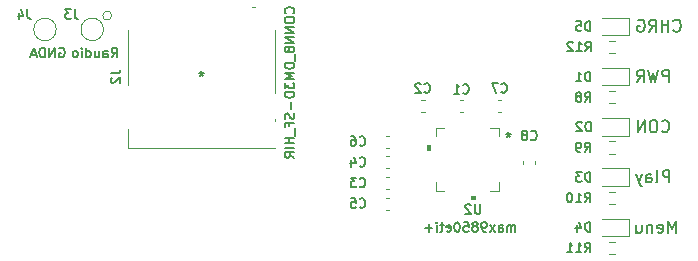
<source format=gbr>
%TF.GenerationSoftware,KiCad,Pcbnew,(5.1.9)-1*%
%TF.CreationDate,2021-08-08T21:49:21+01:00*%
%TF.ProjectId,glassphones - main pcb,676c6173-7370-4686-9f6e-6573202d206d,rev?*%
%TF.SameCoordinates,Original*%
%TF.FileFunction,Legend,Bot*%
%TF.FilePolarity,Positive*%
%FSLAX46Y46*%
G04 Gerber Fmt 4.6, Leading zero omitted, Abs format (unit mm)*
G04 Created by KiCad (PCBNEW (5.1.9)-1) date 2021-08-08 21:49:21*
%MOMM*%
%LPD*%
G01*
G04 APERTURE LIST*
%ADD10C,0.120000*%
%ADD11C,0.100000*%
%ADD12C,0.153000*%
%ADD13C,0.150000*%
%ADD14C,0.200000*%
G04 APERTURE END LIST*
D10*
%TO.C,J2*%
X144655400Y-39329299D02*
G75*
G03*
X144655400Y-39329299I-381000J0D01*
G01*
X158447600Y-48063739D02*
X158447600Y-48297270D01*
X146052400Y-45198858D02*
X146052400Y-40563739D01*
X146052400Y-50556300D02*
X146052400Y-48913740D01*
X158447600Y-50556300D02*
X146052400Y-50556300D01*
X158447600Y-40563739D02*
X158447600Y-45848859D01*
X156514452Y-38643700D02*
X156805000Y-38643700D01*
%TO.C,U2*%
X177429700Y-54179700D02*
X176709740Y-54179700D01*
X172070300Y-54179700D02*
X172070300Y-53459740D01*
X172070300Y-48820300D02*
X172790260Y-48820300D01*
X177429700Y-48820300D02*
X177429700Y-49540260D01*
X177429700Y-53459740D02*
X177429700Y-54179700D01*
X172790260Y-54179700D02*
X172070300Y-54179700D01*
X172070300Y-49540260D02*
X172070300Y-48820300D01*
X176709740Y-48820300D02*
X177429700Y-48820300D01*
D11*
G36*
X175440499Y-54611500D02*
G01*
X175440499Y-54865500D01*
X175059499Y-54865500D01*
X175059499Y-54611500D01*
X175440499Y-54611500D01*
G37*
X175440499Y-54611500D02*
X175440499Y-54865500D01*
X175059499Y-54865500D01*
X175059499Y-54611500D01*
X175440499Y-54611500D01*
G36*
X171384500Y-50309499D02*
G01*
X171384500Y-50690499D01*
X171638500Y-50690499D01*
X171638500Y-50309499D01*
X171384500Y-50309499D01*
G37*
X171384500Y-50309499D02*
X171384500Y-50690499D01*
X171638500Y-50690499D01*
X171638500Y-50309499D01*
X171384500Y-50309499D01*
D10*
%TO.C,R12*%
X187237258Y-41477500D02*
X186762742Y-41477500D01*
X187237258Y-42522500D02*
X186762742Y-42522500D01*
%TO.C,R11*%
X186762742Y-59522500D02*
X187237258Y-59522500D01*
X186762742Y-58477500D02*
X187237258Y-58477500D01*
%TO.C,R10*%
X186762742Y-55272500D02*
X187237258Y-55272500D01*
X186762742Y-54227500D02*
X187237258Y-54227500D01*
%TO.C,R9*%
X186762742Y-51022500D02*
X187237258Y-51022500D01*
X186762742Y-49977500D02*
X187237258Y-49977500D01*
%TO.C,R8*%
X186762742Y-46772500D02*
X187237258Y-46772500D01*
X186762742Y-45727500D02*
X187237258Y-45727500D01*
%TO.C,J4*%
X139950000Y-40500000D02*
G75*
G03*
X139950000Y-40500000I-950000J0D01*
G01*
%TO.C,J3*%
X143950000Y-40500000D02*
G75*
G03*
X143950000Y-40500000I-950000J0D01*
G01*
%TO.C,C8*%
X179490000Y-51609420D02*
X179490000Y-51890580D01*
X180510000Y-51609420D02*
X180510000Y-51890580D01*
%TO.C,C7*%
X177359420Y-47510000D02*
X177640580Y-47510000D01*
X177359420Y-46490000D02*
X177640580Y-46490000D01*
%TO.C,C6*%
X168140580Y-49490000D02*
X167859420Y-49490000D01*
X168140580Y-50510000D02*
X167859420Y-50510000D01*
%TO.C,C5*%
X167859420Y-55760000D02*
X168140580Y-55760000D01*
X167859420Y-54740000D02*
X168140580Y-54740000D01*
%TO.C,C4*%
X167859420Y-52260000D02*
X168140580Y-52260000D01*
X167859420Y-51240000D02*
X168140580Y-51240000D01*
%TO.C,C3*%
X167859420Y-54010000D02*
X168140580Y-54010000D01*
X167859420Y-52990000D02*
X168140580Y-52990000D01*
%TO.C,C2*%
X170859420Y-47510000D02*
X171140580Y-47510000D01*
X170859420Y-46490000D02*
X171140580Y-46490000D01*
%TO.C,C1*%
X174390580Y-46490000D02*
X174109420Y-46490000D01*
X174390580Y-47510000D02*
X174109420Y-47510000D01*
%TO.C,D5*%
X188485000Y-40985000D02*
X186200000Y-40985000D01*
X188485000Y-39515000D02*
X188485000Y-40985000D01*
X186200000Y-39515000D02*
X188485000Y-39515000D01*
%TO.C,D4*%
X188485000Y-57985000D02*
X186200000Y-57985000D01*
X188485000Y-56515000D02*
X188485000Y-57985000D01*
X186200000Y-56515000D02*
X188485000Y-56515000D01*
%TO.C,D3*%
X188485000Y-53735000D02*
X186200000Y-53735000D01*
X188485000Y-52265000D02*
X188485000Y-53735000D01*
X186200000Y-52265000D02*
X188485000Y-52265000D01*
%TO.C,D2*%
X188485000Y-49485000D02*
X186200000Y-49485000D01*
X188485000Y-48015000D02*
X188485000Y-49485000D01*
X186200000Y-48015000D02*
X188485000Y-48015000D01*
%TO.C,D1*%
X188485000Y-45235000D02*
X186200000Y-45235000D01*
X188485000Y-43765000D02*
X188485000Y-45235000D01*
X186200000Y-43765000D02*
X188485000Y-43765000D01*
%TO.C,J2*%
D12*
X144561904Y-44233333D02*
X145133333Y-44233333D01*
X145247619Y-44195238D01*
X145323809Y-44119047D01*
X145361904Y-44004761D01*
X145361904Y-43928571D01*
X144638095Y-44576190D02*
X144600000Y-44614285D01*
X144561904Y-44690476D01*
X144561904Y-44880952D01*
X144600000Y-44957142D01*
X144638095Y-44995238D01*
X144714285Y-45033333D01*
X144790476Y-45033333D01*
X144904761Y-44995238D01*
X145361904Y-44538095D01*
X145361904Y-45033333D01*
X160035714Y-39133333D02*
X160073809Y-39095238D01*
X160111904Y-38980952D01*
X160111904Y-38904761D01*
X160073809Y-38790476D01*
X159997619Y-38714285D01*
X159921428Y-38676190D01*
X159769047Y-38638095D01*
X159654761Y-38638095D01*
X159502380Y-38676190D01*
X159426190Y-38714285D01*
X159350000Y-38790476D01*
X159311904Y-38904761D01*
X159311904Y-38980952D01*
X159350000Y-39095238D01*
X159388095Y-39133333D01*
X159311904Y-39628571D02*
X159311904Y-39780952D01*
X159350000Y-39857142D01*
X159426190Y-39933333D01*
X159578571Y-39971428D01*
X159845238Y-39971428D01*
X159997619Y-39933333D01*
X160073809Y-39857142D01*
X160111904Y-39780952D01*
X160111904Y-39628571D01*
X160073809Y-39552380D01*
X159997619Y-39476190D01*
X159845238Y-39438095D01*
X159578571Y-39438095D01*
X159426190Y-39476190D01*
X159350000Y-39552380D01*
X159311904Y-39628571D01*
X160111904Y-40314285D02*
X159311904Y-40314285D01*
X160111904Y-40771428D01*
X159311904Y-40771428D01*
X160111904Y-41152380D02*
X159311904Y-41152380D01*
X160111904Y-41609523D01*
X159311904Y-41609523D01*
X159654761Y-42104761D02*
X159616666Y-42028571D01*
X159578571Y-41990476D01*
X159502380Y-41952380D01*
X159464285Y-41952380D01*
X159388095Y-41990476D01*
X159350000Y-42028571D01*
X159311904Y-42104761D01*
X159311904Y-42257142D01*
X159350000Y-42333333D01*
X159388095Y-42371428D01*
X159464285Y-42409523D01*
X159502380Y-42409523D01*
X159578571Y-42371428D01*
X159616666Y-42333333D01*
X159654761Y-42257142D01*
X159654761Y-42104761D01*
X159692857Y-42028571D01*
X159730952Y-41990476D01*
X159807142Y-41952380D01*
X159959523Y-41952380D01*
X160035714Y-41990476D01*
X160073809Y-42028571D01*
X160111904Y-42104761D01*
X160111904Y-42257142D01*
X160073809Y-42333333D01*
X160035714Y-42371428D01*
X159959523Y-42409523D01*
X159807142Y-42409523D01*
X159730952Y-42371428D01*
X159692857Y-42333333D01*
X159654761Y-42257142D01*
X160188095Y-42561904D02*
X160188095Y-43171428D01*
X160111904Y-43361904D02*
X159311904Y-43361904D01*
X159311904Y-43552380D01*
X159350000Y-43666666D01*
X159426190Y-43742857D01*
X159502380Y-43780952D01*
X159654761Y-43819047D01*
X159769047Y-43819047D01*
X159921428Y-43780952D01*
X159997619Y-43742857D01*
X160073809Y-43666666D01*
X160111904Y-43552380D01*
X160111904Y-43361904D01*
X160111904Y-44161904D02*
X159311904Y-44161904D01*
X159883333Y-44428571D01*
X159311904Y-44695238D01*
X160111904Y-44695238D01*
X159311904Y-45000000D02*
X159311904Y-45495238D01*
X159616666Y-45228571D01*
X159616666Y-45342857D01*
X159654761Y-45419047D01*
X159692857Y-45457142D01*
X159769047Y-45495238D01*
X159959523Y-45495238D01*
X160035714Y-45457142D01*
X160073809Y-45419047D01*
X160111904Y-45342857D01*
X160111904Y-45114285D01*
X160073809Y-45038095D01*
X160035714Y-45000000D01*
X160111904Y-45838095D02*
X159311904Y-45838095D01*
X159311904Y-46028571D01*
X159350000Y-46142857D01*
X159426190Y-46219047D01*
X159502380Y-46257142D01*
X159654761Y-46295238D01*
X159769047Y-46295238D01*
X159921428Y-46257142D01*
X159997619Y-46219047D01*
X160073809Y-46142857D01*
X160111904Y-46028571D01*
X160111904Y-45838095D01*
X159807142Y-46638095D02*
X159807142Y-47247619D01*
X160073809Y-47590476D02*
X160111904Y-47704761D01*
X160111904Y-47895238D01*
X160073809Y-47971428D01*
X160035714Y-48009523D01*
X159959523Y-48047619D01*
X159883333Y-48047619D01*
X159807142Y-48009523D01*
X159769047Y-47971428D01*
X159730952Y-47895238D01*
X159692857Y-47742857D01*
X159654761Y-47666666D01*
X159616666Y-47628571D01*
X159540476Y-47590476D01*
X159464285Y-47590476D01*
X159388095Y-47628571D01*
X159350000Y-47666666D01*
X159311904Y-47742857D01*
X159311904Y-47933333D01*
X159350000Y-48047619D01*
X159692857Y-48657142D02*
X159692857Y-48390476D01*
X160111904Y-48390476D02*
X159311904Y-48390476D01*
X159311904Y-48771428D01*
X160188095Y-48885714D02*
X160188095Y-49495238D01*
X160111904Y-49685714D02*
X159311904Y-49685714D01*
X159692857Y-49685714D02*
X159692857Y-50142857D01*
X160111904Y-50142857D02*
X159311904Y-50142857D01*
X160111904Y-50523809D02*
X159311904Y-50523809D01*
X160111904Y-51361904D02*
X159730952Y-51095238D01*
X160111904Y-50904761D02*
X159311904Y-50904761D01*
X159311904Y-51209523D01*
X159350000Y-51285714D01*
X159388095Y-51323809D01*
X159464285Y-51361904D01*
X159578571Y-51361904D01*
X159654761Y-51323809D01*
X159692857Y-51285714D01*
X159730952Y-51209523D01*
X159730952Y-50904761D01*
D13*
X152250000Y-44052380D02*
X152250000Y-44290476D01*
X152488095Y-44195238D02*
X152250000Y-44290476D01*
X152011904Y-44195238D01*
X152392857Y-44480952D02*
X152250000Y-44290476D01*
X152107142Y-44480952D01*
%TO.C,U2*%
D12*
X175859523Y-55311904D02*
X175859523Y-55959523D01*
X175821428Y-56035714D01*
X175783333Y-56073809D01*
X175707142Y-56111904D01*
X175554761Y-56111904D01*
X175478571Y-56073809D01*
X175440476Y-56035714D01*
X175402380Y-55959523D01*
X175402380Y-55311904D01*
X175059523Y-55388095D02*
X175021428Y-55350000D01*
X174945238Y-55311904D01*
X174754761Y-55311904D01*
X174678571Y-55350000D01*
X174640476Y-55388095D01*
X174602380Y-55464285D01*
X174602380Y-55540476D01*
X174640476Y-55654761D01*
X175097619Y-56111904D01*
X174602380Y-56111904D01*
X178809523Y-57611904D02*
X178809523Y-57078571D01*
X178809523Y-57154761D02*
X178771428Y-57116666D01*
X178695238Y-57078571D01*
X178580952Y-57078571D01*
X178504761Y-57116666D01*
X178466666Y-57192857D01*
X178466666Y-57611904D01*
X178466666Y-57192857D02*
X178428571Y-57116666D01*
X178352380Y-57078571D01*
X178238095Y-57078571D01*
X178161904Y-57116666D01*
X178123809Y-57192857D01*
X178123809Y-57611904D01*
X177400000Y-57611904D02*
X177400000Y-57192857D01*
X177438095Y-57116666D01*
X177514285Y-57078571D01*
X177666666Y-57078571D01*
X177742857Y-57116666D01*
X177400000Y-57573809D02*
X177476190Y-57611904D01*
X177666666Y-57611904D01*
X177742857Y-57573809D01*
X177780952Y-57497619D01*
X177780952Y-57421428D01*
X177742857Y-57345238D01*
X177666666Y-57307142D01*
X177476190Y-57307142D01*
X177400000Y-57269047D01*
X177095238Y-57611904D02*
X176676190Y-57078571D01*
X177095238Y-57078571D02*
X176676190Y-57611904D01*
X176333333Y-57611904D02*
X176180952Y-57611904D01*
X176104761Y-57573809D01*
X176066666Y-57535714D01*
X175990476Y-57421428D01*
X175952380Y-57269047D01*
X175952380Y-56964285D01*
X175990476Y-56888095D01*
X176028571Y-56850000D01*
X176104761Y-56811904D01*
X176257142Y-56811904D01*
X176333333Y-56850000D01*
X176371428Y-56888095D01*
X176409523Y-56964285D01*
X176409523Y-57154761D01*
X176371428Y-57230952D01*
X176333333Y-57269047D01*
X176257142Y-57307142D01*
X176104761Y-57307142D01*
X176028571Y-57269047D01*
X175990476Y-57230952D01*
X175952380Y-57154761D01*
X175495238Y-57154761D02*
X175571428Y-57116666D01*
X175609523Y-57078571D01*
X175647619Y-57002380D01*
X175647619Y-56964285D01*
X175609523Y-56888095D01*
X175571428Y-56850000D01*
X175495238Y-56811904D01*
X175342857Y-56811904D01*
X175266666Y-56850000D01*
X175228571Y-56888095D01*
X175190476Y-56964285D01*
X175190476Y-57002380D01*
X175228571Y-57078571D01*
X175266666Y-57116666D01*
X175342857Y-57154761D01*
X175495238Y-57154761D01*
X175571428Y-57192857D01*
X175609523Y-57230952D01*
X175647619Y-57307142D01*
X175647619Y-57459523D01*
X175609523Y-57535714D01*
X175571428Y-57573809D01*
X175495238Y-57611904D01*
X175342857Y-57611904D01*
X175266666Y-57573809D01*
X175228571Y-57535714D01*
X175190476Y-57459523D01*
X175190476Y-57307142D01*
X175228571Y-57230952D01*
X175266666Y-57192857D01*
X175342857Y-57154761D01*
X174466666Y-56811904D02*
X174847619Y-56811904D01*
X174885714Y-57192857D01*
X174847619Y-57154761D01*
X174771428Y-57116666D01*
X174580952Y-57116666D01*
X174504761Y-57154761D01*
X174466666Y-57192857D01*
X174428571Y-57269047D01*
X174428571Y-57459523D01*
X174466666Y-57535714D01*
X174504761Y-57573809D01*
X174580952Y-57611904D01*
X174771428Y-57611904D01*
X174847619Y-57573809D01*
X174885714Y-57535714D01*
X173933333Y-56811904D02*
X173857142Y-56811904D01*
X173780952Y-56850000D01*
X173742857Y-56888095D01*
X173704761Y-56964285D01*
X173666666Y-57116666D01*
X173666666Y-57307142D01*
X173704761Y-57459523D01*
X173742857Y-57535714D01*
X173780952Y-57573809D01*
X173857142Y-57611904D01*
X173933333Y-57611904D01*
X174009523Y-57573809D01*
X174047619Y-57535714D01*
X174085714Y-57459523D01*
X174123809Y-57307142D01*
X174123809Y-57116666D01*
X174085714Y-56964285D01*
X174047619Y-56888095D01*
X174009523Y-56850000D01*
X173933333Y-56811904D01*
X173019047Y-57573809D02*
X173095238Y-57611904D01*
X173247619Y-57611904D01*
X173323809Y-57573809D01*
X173361904Y-57497619D01*
X173361904Y-57192857D01*
X173323809Y-57116666D01*
X173247619Y-57078571D01*
X173095238Y-57078571D01*
X173019047Y-57116666D01*
X172980952Y-57192857D01*
X172980952Y-57269047D01*
X173361904Y-57345238D01*
X172752380Y-57078571D02*
X172447619Y-57078571D01*
X172638095Y-56811904D02*
X172638095Y-57497619D01*
X172600000Y-57573809D01*
X172523809Y-57611904D01*
X172447619Y-57611904D01*
X172180952Y-57611904D02*
X172180952Y-57078571D01*
X172180952Y-56811904D02*
X172219047Y-56850000D01*
X172180952Y-56888095D01*
X172142857Y-56850000D01*
X172180952Y-56811904D01*
X172180952Y-56888095D01*
X171800000Y-57307142D02*
X171190476Y-57307142D01*
X171495238Y-57611904D02*
X171495238Y-57002380D01*
D13*
X178242500Y-49202380D02*
X178242500Y-49440476D01*
X178480595Y-49345238D02*
X178242500Y-49440476D01*
X178004404Y-49345238D01*
X178385357Y-49630952D02*
X178242500Y-49440476D01*
X178099642Y-49630952D01*
X178242500Y-49202380D02*
X178242500Y-49440476D01*
X178480595Y-49345238D02*
X178242500Y-49440476D01*
X178004404Y-49345238D01*
X178385357Y-49630952D02*
X178242500Y-49440476D01*
X178099642Y-49630952D01*
%TO.C,R12*%
D12*
X184764285Y-42344477D02*
X185030952Y-41963525D01*
X185221428Y-42344477D02*
X185221428Y-41544477D01*
X184916666Y-41544477D01*
X184840476Y-41582573D01*
X184802380Y-41620668D01*
X184764285Y-41696858D01*
X184764285Y-41811144D01*
X184802380Y-41887334D01*
X184840476Y-41925430D01*
X184916666Y-41963525D01*
X185221428Y-41963525D01*
X184002380Y-42344477D02*
X184459523Y-42344477D01*
X184230952Y-42344477D02*
X184230952Y-41544477D01*
X184307142Y-41658763D01*
X184383333Y-41734953D01*
X184459523Y-41773049D01*
X183697619Y-41620668D02*
X183659523Y-41582573D01*
X183583333Y-41544477D01*
X183392857Y-41544477D01*
X183316666Y-41582573D01*
X183278571Y-41620668D01*
X183240476Y-41696858D01*
X183240476Y-41773049D01*
X183278571Y-41887334D01*
X183735714Y-42344477D01*
X183240476Y-42344477D01*
%TO.C,R11*%
X184717429Y-59377067D02*
X184984096Y-58996115D01*
X185174572Y-59377067D02*
X185174572Y-58577067D01*
X184869810Y-58577067D01*
X184793620Y-58615163D01*
X184755524Y-58653258D01*
X184717429Y-58729448D01*
X184717429Y-58843734D01*
X184755524Y-58919924D01*
X184793620Y-58958020D01*
X184869810Y-58996115D01*
X185174572Y-58996115D01*
X183955524Y-59377067D02*
X184412667Y-59377067D01*
X184184096Y-59377067D02*
X184184096Y-58577067D01*
X184260286Y-58691353D01*
X184336477Y-58767543D01*
X184412667Y-58805639D01*
X183193620Y-59377067D02*
X183650763Y-59377067D01*
X183422191Y-59377067D02*
X183422191Y-58577067D01*
X183498382Y-58691353D01*
X183574572Y-58767543D01*
X183650763Y-58805639D01*
%TO.C,R10*%
X184710946Y-55126867D02*
X184977613Y-54745915D01*
X185168089Y-55126867D02*
X185168089Y-54326867D01*
X184863327Y-54326867D01*
X184787137Y-54364963D01*
X184749041Y-54403058D01*
X184710946Y-54479248D01*
X184710946Y-54593534D01*
X184749041Y-54669724D01*
X184787137Y-54707820D01*
X184863327Y-54745915D01*
X185168089Y-54745915D01*
X183949041Y-55126867D02*
X184406184Y-55126867D01*
X184177613Y-55126867D02*
X184177613Y-54326867D01*
X184253803Y-54441153D01*
X184329994Y-54517343D01*
X184406184Y-54555439D01*
X183453803Y-54326867D02*
X183377613Y-54326867D01*
X183301422Y-54364963D01*
X183263327Y-54403058D01*
X183225232Y-54479248D01*
X183187137Y-54631629D01*
X183187137Y-54822105D01*
X183225232Y-54974486D01*
X183263327Y-55050677D01*
X183301422Y-55088772D01*
X183377613Y-55126867D01*
X183453803Y-55126867D01*
X183529994Y-55088772D01*
X183568089Y-55050677D01*
X183606184Y-54974486D01*
X183644280Y-54822105D01*
X183644280Y-54631629D01*
X183606184Y-54479248D01*
X183568089Y-54403058D01*
X183529994Y-54364963D01*
X183453803Y-54326867D01*
%TO.C,R9*%
X184713493Y-50877208D02*
X184980160Y-50496256D01*
X185170636Y-50877208D02*
X185170636Y-50077208D01*
X184865874Y-50077208D01*
X184789683Y-50115304D01*
X184751588Y-50153399D01*
X184713493Y-50229589D01*
X184713493Y-50343875D01*
X184751588Y-50420065D01*
X184789683Y-50458161D01*
X184865874Y-50496256D01*
X185170636Y-50496256D01*
X184332540Y-50877208D02*
X184180160Y-50877208D01*
X184103969Y-50839113D01*
X184065874Y-50801018D01*
X183989683Y-50686732D01*
X183951588Y-50534351D01*
X183951588Y-50229589D01*
X183989683Y-50153399D01*
X184027779Y-50115304D01*
X184103969Y-50077208D01*
X184256350Y-50077208D01*
X184332540Y-50115304D01*
X184370636Y-50153399D01*
X184408731Y-50229589D01*
X184408731Y-50420065D01*
X184370636Y-50496256D01*
X184332540Y-50534351D01*
X184256350Y-50572446D01*
X184103969Y-50572446D01*
X184027779Y-50534351D01*
X183989683Y-50496256D01*
X183951588Y-50420065D01*
%TO.C,R8*%
X184716621Y-46631633D02*
X184983288Y-46250681D01*
X185173764Y-46631633D02*
X185173764Y-45831633D01*
X184869002Y-45831633D01*
X184792811Y-45869729D01*
X184754716Y-45907824D01*
X184716621Y-45984014D01*
X184716621Y-46098300D01*
X184754716Y-46174490D01*
X184792811Y-46212586D01*
X184869002Y-46250681D01*
X185173764Y-46250681D01*
X184259478Y-46174490D02*
X184335668Y-46136395D01*
X184373764Y-46098300D01*
X184411859Y-46022109D01*
X184411859Y-45984014D01*
X184373764Y-45907824D01*
X184335668Y-45869729D01*
X184259478Y-45831633D01*
X184107097Y-45831633D01*
X184030907Y-45869729D01*
X183992811Y-45907824D01*
X183954716Y-45984014D01*
X183954716Y-46022109D01*
X183992811Y-46098300D01*
X184030907Y-46136395D01*
X184107097Y-46174490D01*
X184259478Y-46174490D01*
X184335668Y-46212586D01*
X184373764Y-46250681D01*
X184411859Y-46326871D01*
X184411859Y-46479252D01*
X184373764Y-46555443D01*
X184335668Y-46593538D01*
X184259478Y-46631633D01*
X184107097Y-46631633D01*
X184030907Y-46593538D01*
X183992811Y-46555443D01*
X183954716Y-46479252D01*
X183954716Y-46326871D01*
X183992811Y-46250681D01*
X184030907Y-46212586D01*
X184107097Y-46174490D01*
%TO.C,J4*%
X137516666Y-38811904D02*
X137516666Y-39383333D01*
X137554761Y-39497619D01*
X137630952Y-39573809D01*
X137745238Y-39611904D01*
X137821428Y-39611904D01*
X136792857Y-39078571D02*
X136792857Y-39611904D01*
X136983333Y-38773809D02*
X137173809Y-39345238D01*
X136678571Y-39345238D01*
X140202380Y-42100000D02*
X140278571Y-42061904D01*
X140392857Y-42061904D01*
X140507142Y-42100000D01*
X140583333Y-42176190D01*
X140621428Y-42252380D01*
X140659523Y-42404761D01*
X140659523Y-42519047D01*
X140621428Y-42671428D01*
X140583333Y-42747619D01*
X140507142Y-42823809D01*
X140392857Y-42861904D01*
X140316666Y-42861904D01*
X140202380Y-42823809D01*
X140164285Y-42785714D01*
X140164285Y-42519047D01*
X140316666Y-42519047D01*
X139821428Y-42861904D02*
X139821428Y-42061904D01*
X139364285Y-42861904D01*
X139364285Y-42061904D01*
X138983333Y-42861904D02*
X138983333Y-42061904D01*
X138792857Y-42061904D01*
X138678571Y-42100000D01*
X138602380Y-42176190D01*
X138564285Y-42252380D01*
X138526190Y-42404761D01*
X138526190Y-42519047D01*
X138564285Y-42671428D01*
X138602380Y-42747619D01*
X138678571Y-42823809D01*
X138792857Y-42861904D01*
X138983333Y-42861904D01*
X138221428Y-42633333D02*
X137840476Y-42633333D01*
X138297619Y-42861904D02*
X138030952Y-42061904D01*
X137764285Y-42861904D01*
%TO.C,J3*%
X141516666Y-38811904D02*
X141516666Y-39383333D01*
X141554761Y-39497619D01*
X141630952Y-39573809D01*
X141745238Y-39611904D01*
X141821428Y-39611904D01*
X141211904Y-38811904D02*
X140716666Y-38811904D01*
X140983333Y-39116666D01*
X140869047Y-39116666D01*
X140792857Y-39154761D01*
X140754761Y-39192857D01*
X140716666Y-39269047D01*
X140716666Y-39459523D01*
X140754761Y-39535714D01*
X140792857Y-39573809D01*
X140869047Y-39611904D01*
X141097619Y-39611904D01*
X141173809Y-39573809D01*
X141211904Y-39535714D01*
X144640476Y-42861904D02*
X144907142Y-42480952D01*
X145097619Y-42861904D02*
X145097619Y-42061904D01*
X144792857Y-42061904D01*
X144716666Y-42100000D01*
X144678571Y-42138095D01*
X144640476Y-42214285D01*
X144640476Y-42328571D01*
X144678571Y-42404761D01*
X144716666Y-42442857D01*
X144792857Y-42480952D01*
X145097619Y-42480952D01*
X143954761Y-42861904D02*
X143954761Y-42442857D01*
X143992857Y-42366666D01*
X144069047Y-42328571D01*
X144221428Y-42328571D01*
X144297619Y-42366666D01*
X143954761Y-42823809D02*
X144030952Y-42861904D01*
X144221428Y-42861904D01*
X144297619Y-42823809D01*
X144335714Y-42747619D01*
X144335714Y-42671428D01*
X144297619Y-42595238D01*
X144221428Y-42557142D01*
X144030952Y-42557142D01*
X143954761Y-42519047D01*
X143230952Y-42328571D02*
X143230952Y-42861904D01*
X143573809Y-42328571D02*
X143573809Y-42747619D01*
X143535714Y-42823809D01*
X143459523Y-42861904D01*
X143345238Y-42861904D01*
X143269047Y-42823809D01*
X143230952Y-42785714D01*
X142507142Y-42861904D02*
X142507142Y-42061904D01*
X142507142Y-42823809D02*
X142583333Y-42861904D01*
X142735714Y-42861904D01*
X142811904Y-42823809D01*
X142850000Y-42785714D01*
X142888095Y-42709523D01*
X142888095Y-42480952D01*
X142850000Y-42404761D01*
X142811904Y-42366666D01*
X142735714Y-42328571D01*
X142583333Y-42328571D01*
X142507142Y-42366666D01*
X142126190Y-42861904D02*
X142126190Y-42328571D01*
X142126190Y-42061904D02*
X142164285Y-42100000D01*
X142126190Y-42138095D01*
X142088095Y-42100000D01*
X142126190Y-42061904D01*
X142126190Y-42138095D01*
X141630952Y-42861904D02*
X141707142Y-42823809D01*
X141745238Y-42785714D01*
X141783333Y-42709523D01*
X141783333Y-42480952D01*
X141745238Y-42404761D01*
X141707142Y-42366666D01*
X141630952Y-42328571D01*
X141516666Y-42328571D01*
X141440476Y-42366666D01*
X141402380Y-42404761D01*
X141364285Y-42480952D01*
X141364285Y-42709523D01*
X141402380Y-42785714D01*
X141440476Y-42823809D01*
X141516666Y-42861904D01*
X141630952Y-42861904D01*
%TO.C,C8*%
X180133333Y-49785714D02*
X180171428Y-49823809D01*
X180285714Y-49861904D01*
X180361904Y-49861904D01*
X180476190Y-49823809D01*
X180552380Y-49747619D01*
X180590476Y-49671428D01*
X180628571Y-49519047D01*
X180628571Y-49404761D01*
X180590476Y-49252380D01*
X180552380Y-49176190D01*
X180476190Y-49100000D01*
X180361904Y-49061904D01*
X180285714Y-49061904D01*
X180171428Y-49100000D01*
X180133333Y-49138095D01*
X179676190Y-49404761D02*
X179752380Y-49366666D01*
X179790476Y-49328571D01*
X179828571Y-49252380D01*
X179828571Y-49214285D01*
X179790476Y-49138095D01*
X179752380Y-49100000D01*
X179676190Y-49061904D01*
X179523809Y-49061904D01*
X179447619Y-49100000D01*
X179409523Y-49138095D01*
X179371428Y-49214285D01*
X179371428Y-49252380D01*
X179409523Y-49328571D01*
X179447619Y-49366666D01*
X179523809Y-49404761D01*
X179676190Y-49404761D01*
X179752380Y-49442857D01*
X179790476Y-49480952D01*
X179828571Y-49557142D01*
X179828571Y-49709523D01*
X179790476Y-49785714D01*
X179752380Y-49823809D01*
X179676190Y-49861904D01*
X179523809Y-49861904D01*
X179447619Y-49823809D01*
X179409523Y-49785714D01*
X179371428Y-49709523D01*
X179371428Y-49557142D01*
X179409523Y-49480952D01*
X179447619Y-49442857D01*
X179523809Y-49404761D01*
%TO.C,C7*%
X177633333Y-45785714D02*
X177671428Y-45823809D01*
X177785714Y-45861904D01*
X177861904Y-45861904D01*
X177976190Y-45823809D01*
X178052380Y-45747619D01*
X178090476Y-45671428D01*
X178128571Y-45519047D01*
X178128571Y-45404761D01*
X178090476Y-45252380D01*
X178052380Y-45176190D01*
X177976190Y-45100000D01*
X177861904Y-45061904D01*
X177785714Y-45061904D01*
X177671428Y-45100000D01*
X177633333Y-45138095D01*
X177366666Y-45061904D02*
X176833333Y-45061904D01*
X177176190Y-45861904D01*
%TO.C,C6*%
X165633333Y-50285714D02*
X165671428Y-50323809D01*
X165785714Y-50361904D01*
X165861904Y-50361904D01*
X165976190Y-50323809D01*
X166052380Y-50247619D01*
X166090476Y-50171428D01*
X166128571Y-50019047D01*
X166128571Y-49904761D01*
X166090476Y-49752380D01*
X166052380Y-49676190D01*
X165976190Y-49600000D01*
X165861904Y-49561904D01*
X165785714Y-49561904D01*
X165671428Y-49600000D01*
X165633333Y-49638095D01*
X164947619Y-49561904D02*
X165100000Y-49561904D01*
X165176190Y-49600000D01*
X165214285Y-49638095D01*
X165290476Y-49752380D01*
X165328571Y-49904761D01*
X165328571Y-50209523D01*
X165290476Y-50285714D01*
X165252380Y-50323809D01*
X165176190Y-50361904D01*
X165023809Y-50361904D01*
X164947619Y-50323809D01*
X164909523Y-50285714D01*
X164871428Y-50209523D01*
X164871428Y-50019047D01*
X164909523Y-49942857D01*
X164947619Y-49904761D01*
X165023809Y-49866666D01*
X165176190Y-49866666D01*
X165252380Y-49904761D01*
X165290476Y-49942857D01*
X165328571Y-50019047D01*
%TO.C,C5*%
X165633333Y-55535714D02*
X165671428Y-55573809D01*
X165785714Y-55611904D01*
X165861904Y-55611904D01*
X165976190Y-55573809D01*
X166052380Y-55497619D01*
X166090476Y-55421428D01*
X166128571Y-55269047D01*
X166128571Y-55154761D01*
X166090476Y-55002380D01*
X166052380Y-54926190D01*
X165976190Y-54850000D01*
X165861904Y-54811904D01*
X165785714Y-54811904D01*
X165671428Y-54850000D01*
X165633333Y-54888095D01*
X164909523Y-54811904D02*
X165290476Y-54811904D01*
X165328571Y-55192857D01*
X165290476Y-55154761D01*
X165214285Y-55116666D01*
X165023809Y-55116666D01*
X164947619Y-55154761D01*
X164909523Y-55192857D01*
X164871428Y-55269047D01*
X164871428Y-55459523D01*
X164909523Y-55535714D01*
X164947619Y-55573809D01*
X165023809Y-55611904D01*
X165214285Y-55611904D01*
X165290476Y-55573809D01*
X165328571Y-55535714D01*
%TO.C,C4*%
X165633333Y-52035714D02*
X165671428Y-52073809D01*
X165785714Y-52111904D01*
X165861904Y-52111904D01*
X165976190Y-52073809D01*
X166052380Y-51997619D01*
X166090476Y-51921428D01*
X166128571Y-51769047D01*
X166128571Y-51654761D01*
X166090476Y-51502380D01*
X166052380Y-51426190D01*
X165976190Y-51350000D01*
X165861904Y-51311904D01*
X165785714Y-51311904D01*
X165671428Y-51350000D01*
X165633333Y-51388095D01*
X164947619Y-51578571D02*
X164947619Y-52111904D01*
X165138095Y-51273809D02*
X165328571Y-51845238D01*
X164833333Y-51845238D01*
%TO.C,C3*%
X165633333Y-53785714D02*
X165671428Y-53823809D01*
X165785714Y-53861904D01*
X165861904Y-53861904D01*
X165976190Y-53823809D01*
X166052380Y-53747619D01*
X166090476Y-53671428D01*
X166128571Y-53519047D01*
X166128571Y-53404761D01*
X166090476Y-53252380D01*
X166052380Y-53176190D01*
X165976190Y-53100000D01*
X165861904Y-53061904D01*
X165785714Y-53061904D01*
X165671428Y-53100000D01*
X165633333Y-53138095D01*
X165366666Y-53061904D02*
X164871428Y-53061904D01*
X165138095Y-53366666D01*
X165023809Y-53366666D01*
X164947619Y-53404761D01*
X164909523Y-53442857D01*
X164871428Y-53519047D01*
X164871428Y-53709523D01*
X164909523Y-53785714D01*
X164947619Y-53823809D01*
X165023809Y-53861904D01*
X165252380Y-53861904D01*
X165328571Y-53823809D01*
X165366666Y-53785714D01*
%TO.C,C2*%
X171133333Y-45785714D02*
X171171428Y-45823809D01*
X171285714Y-45861904D01*
X171361904Y-45861904D01*
X171476190Y-45823809D01*
X171552380Y-45747619D01*
X171590476Y-45671428D01*
X171628571Y-45519047D01*
X171628571Y-45404761D01*
X171590476Y-45252380D01*
X171552380Y-45176190D01*
X171476190Y-45100000D01*
X171361904Y-45061904D01*
X171285714Y-45061904D01*
X171171428Y-45100000D01*
X171133333Y-45138095D01*
X170828571Y-45138095D02*
X170790476Y-45100000D01*
X170714285Y-45061904D01*
X170523809Y-45061904D01*
X170447619Y-45100000D01*
X170409523Y-45138095D01*
X170371428Y-45214285D01*
X170371428Y-45290476D01*
X170409523Y-45404761D01*
X170866666Y-45861904D01*
X170371428Y-45861904D01*
%TO.C,C1*%
X174383333Y-45855714D02*
X174421428Y-45893809D01*
X174535714Y-45931904D01*
X174611904Y-45931904D01*
X174726190Y-45893809D01*
X174802380Y-45817619D01*
X174840476Y-45741428D01*
X174878571Y-45589047D01*
X174878571Y-45474761D01*
X174840476Y-45322380D01*
X174802380Y-45246190D01*
X174726190Y-45170000D01*
X174611904Y-45131904D01*
X174535714Y-45131904D01*
X174421428Y-45170000D01*
X174383333Y-45208095D01*
X173621428Y-45931904D02*
X174078571Y-45931904D01*
X173850000Y-45931904D02*
X173850000Y-45131904D01*
X173926190Y-45246190D01*
X174002380Y-45322380D01*
X174078571Y-45360476D01*
%TO.C,D5*%
X185183020Y-40627285D02*
X185183020Y-39827285D01*
X184992544Y-39827285D01*
X184878258Y-39865381D01*
X184802067Y-39941571D01*
X184763972Y-40017761D01*
X184725877Y-40170142D01*
X184725877Y-40284428D01*
X184763972Y-40436809D01*
X184802067Y-40513000D01*
X184878258Y-40589190D01*
X184992544Y-40627285D01*
X185183020Y-40627285D01*
X184002067Y-39827285D02*
X184383020Y-39827285D01*
X184421115Y-40208238D01*
X184383020Y-40170142D01*
X184306829Y-40132047D01*
X184116353Y-40132047D01*
X184040163Y-40170142D01*
X184002067Y-40208238D01*
X183963972Y-40284428D01*
X183963972Y-40474904D01*
X184002067Y-40551095D01*
X184040163Y-40589190D01*
X184116353Y-40627285D01*
X184306829Y-40627285D01*
X184383020Y-40589190D01*
X184421115Y-40551095D01*
D14*
X192214285Y-40587141D02*
X192261904Y-40634760D01*
X192404761Y-40682379D01*
X192500000Y-40682379D01*
X192642857Y-40634760D01*
X192738095Y-40539522D01*
X192785714Y-40444284D01*
X192833333Y-40253808D01*
X192833333Y-40110951D01*
X192785714Y-39920475D01*
X192738095Y-39825237D01*
X192642857Y-39729999D01*
X192500000Y-39682379D01*
X192404761Y-39682379D01*
X192261904Y-39729999D01*
X192214285Y-39777618D01*
X191785714Y-40682379D02*
X191785714Y-39682379D01*
X191785714Y-40158570D02*
X191214285Y-40158570D01*
X191214285Y-40682379D02*
X191214285Y-39682379D01*
X190166666Y-40682379D02*
X190500000Y-40206189D01*
X190738095Y-40682379D02*
X190738095Y-39682379D01*
X190357142Y-39682379D01*
X190261904Y-39729999D01*
X190214285Y-39777618D01*
X190166666Y-39872856D01*
X190166666Y-40015713D01*
X190214285Y-40110951D01*
X190261904Y-40158570D01*
X190357142Y-40206189D01*
X190738095Y-40206189D01*
X189214285Y-39729999D02*
X189309523Y-39682379D01*
X189452380Y-39682379D01*
X189595238Y-39729999D01*
X189690476Y-39825237D01*
X189738095Y-39920475D01*
X189785714Y-40110951D01*
X189785714Y-40253808D01*
X189738095Y-40444284D01*
X189690476Y-40539522D01*
X189595238Y-40634760D01*
X189452380Y-40682379D01*
X189357142Y-40682379D01*
X189214285Y-40634760D01*
X189166666Y-40587141D01*
X189166666Y-40253808D01*
X189357142Y-40253808D01*
%TO.C,D4*%
D12*
X185170049Y-57615064D02*
X185170049Y-56815064D01*
X184979573Y-56815064D01*
X184865287Y-56853160D01*
X184789096Y-56929350D01*
X184751001Y-57005540D01*
X184712906Y-57157921D01*
X184712906Y-57272207D01*
X184751001Y-57424588D01*
X184789096Y-57500779D01*
X184865287Y-57576969D01*
X184979573Y-57615064D01*
X185170049Y-57615064D01*
X184027192Y-57081731D02*
X184027192Y-57615064D01*
X184217668Y-56776969D02*
X184408144Y-57348398D01*
X183912906Y-57348398D01*
D14*
X192416666Y-57702380D02*
X192416666Y-56702380D01*
X192083333Y-57416666D01*
X191750000Y-56702380D01*
X191750000Y-57702380D01*
X190892857Y-57654761D02*
X190988095Y-57702380D01*
X191178571Y-57702380D01*
X191273809Y-57654761D01*
X191321428Y-57559523D01*
X191321428Y-57178571D01*
X191273809Y-57083333D01*
X191178571Y-57035714D01*
X190988095Y-57035714D01*
X190892857Y-57083333D01*
X190845238Y-57178571D01*
X190845238Y-57273809D01*
X191321428Y-57369047D01*
X190416666Y-57035714D02*
X190416666Y-57702380D01*
X190416666Y-57130952D02*
X190369047Y-57083333D01*
X190273809Y-57035714D01*
X190130952Y-57035714D01*
X190035714Y-57083333D01*
X189988095Y-57178571D01*
X189988095Y-57702380D01*
X189083333Y-57035714D02*
X189083333Y-57702380D01*
X189511904Y-57035714D02*
X189511904Y-57559523D01*
X189464285Y-57654761D01*
X189369047Y-57702380D01*
X189226190Y-57702380D01*
X189130952Y-57654761D01*
X189083333Y-57607142D01*
%TO.C,D3*%
D12*
X185169917Y-53383671D02*
X185169917Y-52583671D01*
X184979441Y-52583671D01*
X184865155Y-52621767D01*
X184788964Y-52697957D01*
X184750869Y-52774147D01*
X184712774Y-52926528D01*
X184712774Y-53040814D01*
X184750869Y-53193195D01*
X184788964Y-53269386D01*
X184865155Y-53345576D01*
X184979441Y-53383671D01*
X185169917Y-53383671D01*
X184446107Y-52583671D02*
X183950869Y-52583671D01*
X184217536Y-52888433D01*
X184103250Y-52888433D01*
X184027060Y-52926528D01*
X183988964Y-52964624D01*
X183950869Y-53040814D01*
X183950869Y-53231290D01*
X183988964Y-53307481D01*
X184027060Y-53345576D01*
X184103250Y-53383671D01*
X184331821Y-53383671D01*
X184408012Y-53345576D01*
X184446107Y-53307481D01*
D14*
X191857142Y-53432379D02*
X191857142Y-52432379D01*
X191476190Y-52432379D01*
X191380952Y-52479999D01*
X191333333Y-52527618D01*
X191285714Y-52622856D01*
X191285714Y-52765713D01*
X191333333Y-52860951D01*
X191380952Y-52908570D01*
X191476190Y-52956189D01*
X191857142Y-52956189D01*
X190714285Y-53432379D02*
X190809523Y-53384760D01*
X190857142Y-53289522D01*
X190857142Y-52432379D01*
X189904761Y-53432379D02*
X189904761Y-52908570D01*
X189952380Y-52813332D01*
X190047619Y-52765713D01*
X190238095Y-52765713D01*
X190333333Y-52813332D01*
X189904761Y-53384760D02*
X190000000Y-53432379D01*
X190238095Y-53432379D01*
X190333333Y-53384760D01*
X190380952Y-53289522D01*
X190380952Y-53194284D01*
X190333333Y-53099046D01*
X190238095Y-53051427D01*
X190000000Y-53051427D01*
X189904761Y-53003808D01*
X189523809Y-52765713D02*
X189285714Y-53432379D01*
X189047619Y-52765713D02*
X189285714Y-53432379D01*
X189380952Y-53670475D01*
X189428571Y-53718094D01*
X189523809Y-53765713D01*
%TO.C,D2*%
D12*
X185190476Y-49111904D02*
X185190476Y-48311904D01*
X185000000Y-48311904D01*
X184885714Y-48350000D01*
X184809523Y-48426190D01*
X184771428Y-48502380D01*
X184733333Y-48654761D01*
X184733333Y-48769047D01*
X184771428Y-48921428D01*
X184809523Y-48997619D01*
X184885714Y-49073809D01*
X185000000Y-49111904D01*
X185190476Y-49111904D01*
X184428571Y-48388095D02*
X184390476Y-48350000D01*
X184314285Y-48311904D01*
X184123809Y-48311904D01*
X184047619Y-48350000D01*
X184009523Y-48388095D01*
X183971428Y-48464285D01*
X183971428Y-48540476D01*
X184009523Y-48654761D01*
X184466666Y-49111904D01*
X183971428Y-49111904D01*
D14*
X191238095Y-49107142D02*
X191285714Y-49154761D01*
X191428571Y-49202380D01*
X191523809Y-49202380D01*
X191666666Y-49154761D01*
X191761904Y-49059523D01*
X191809523Y-48964285D01*
X191857142Y-48773809D01*
X191857142Y-48630952D01*
X191809523Y-48440476D01*
X191761904Y-48345238D01*
X191666666Y-48250000D01*
X191523809Y-48202380D01*
X191428571Y-48202380D01*
X191285714Y-48250000D01*
X191238095Y-48297619D01*
X190619047Y-48202380D02*
X190428571Y-48202380D01*
X190333333Y-48250000D01*
X190238095Y-48345238D01*
X190190476Y-48535714D01*
X190190476Y-48869047D01*
X190238095Y-49059523D01*
X190333333Y-49154761D01*
X190428571Y-49202380D01*
X190619047Y-49202380D01*
X190714285Y-49154761D01*
X190809523Y-49059523D01*
X190857142Y-48869047D01*
X190857142Y-48535714D01*
X190809523Y-48345238D01*
X190714285Y-48250000D01*
X190619047Y-48202380D01*
X189761904Y-49202380D02*
X189761904Y-48202380D01*
X189190476Y-49202380D01*
X189190476Y-48202380D01*
%TO.C,D1*%
D12*
X185164893Y-44884333D02*
X185164893Y-44084333D01*
X184974417Y-44084333D01*
X184860131Y-44122429D01*
X184783940Y-44198619D01*
X184745845Y-44274809D01*
X184707750Y-44427190D01*
X184707750Y-44541476D01*
X184745845Y-44693857D01*
X184783940Y-44770048D01*
X184860131Y-44846238D01*
X184974417Y-44884333D01*
X185164893Y-44884333D01*
X183945845Y-44884333D02*
X184402988Y-44884333D01*
X184174417Y-44884333D02*
X184174417Y-44084333D01*
X184250607Y-44198619D01*
X184326797Y-44274809D01*
X184402988Y-44312905D01*
D14*
X191833333Y-44932379D02*
X191833333Y-43932379D01*
X191452380Y-43932379D01*
X191357142Y-43979999D01*
X191309523Y-44027618D01*
X191261904Y-44122856D01*
X191261904Y-44265713D01*
X191309523Y-44360951D01*
X191357142Y-44408570D01*
X191452380Y-44456189D01*
X191833333Y-44456189D01*
X190928571Y-43932379D02*
X190690476Y-44932379D01*
X190500000Y-44218094D01*
X190309523Y-44932379D01*
X190071428Y-43932379D01*
X189119047Y-44932379D02*
X189452380Y-44456189D01*
X189690476Y-44932379D02*
X189690476Y-43932379D01*
X189309523Y-43932379D01*
X189214285Y-43979999D01*
X189166666Y-44027618D01*
X189119047Y-44122856D01*
X189119047Y-44265713D01*
X189166666Y-44360951D01*
X189214285Y-44408570D01*
X189309523Y-44456189D01*
X189690476Y-44456189D01*
%TD*%
M02*

</source>
